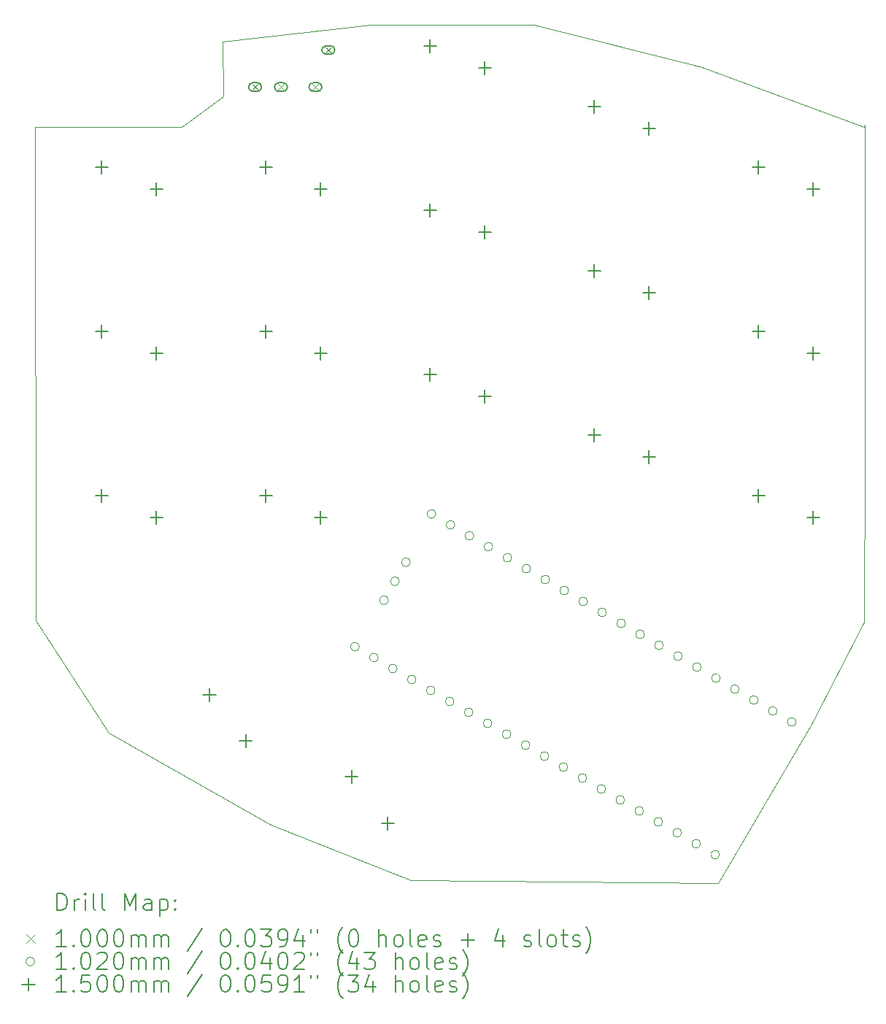
<source format=gbr>
%TF.GenerationSoftware,KiCad,Pcbnew,7.0.8-7.0.8~ubuntu22.04.1*%
%TF.CreationDate,2023-10-29T15:11:20+03:00*%
%TF.ProjectId,Keeb,4b656562-2e6b-4696-9361-645f70636258,rev?*%
%TF.SameCoordinates,Original*%
%TF.FileFunction,Drillmap*%
%TF.FilePolarity,Positive*%
%FSLAX45Y45*%
G04 Gerber Fmt 4.5, Leading zero omitted, Abs format (unit mm)*
G04 Created by KiCad (PCBNEW 7.0.8-7.0.8~ubuntu22.04.1) date 2023-10-29 15:11:20*
%MOMM*%
%LPD*%
G01*
G04 APERTURE LIST*
%ADD10C,0.050000*%
%ADD11C,0.200000*%
%ADD12C,0.100000*%
%ADD13C,0.102000*%
%ADD14C,0.150000*%
G04 APERTURE END LIST*
D10*
X17893000Y-3886000D02*
X17900000Y-3886000D01*
X19800000Y-4582000D01*
X19807000Y-4563000D01*
X19810000Y-8436000D01*
X19805000Y-10328000D01*
X19190000Y-11509294D01*
X18113000Y-13360000D01*
X14544000Y-13327000D01*
X12922000Y-12678000D01*
X11043000Y-11612000D01*
X10190000Y-10309294D01*
X10183000Y-4587294D01*
X11883000Y-4587294D01*
X12365000Y-4229294D01*
X12362000Y-3593000D01*
X14076000Y-3396294D01*
X15976000Y-3396294D01*
X17893000Y-3886000D01*
D11*
D12*
X12687500Y-4071794D02*
X12787500Y-4171794D01*
X12787500Y-4071794D02*
X12687500Y-4171794D01*
D11*
X12712500Y-4171794D02*
X12762500Y-4171794D01*
X12762500Y-4171794D02*
G75*
G03*
X12762500Y-4071794I0J50000D01*
G01*
X12762500Y-4071794D02*
X12712500Y-4071794D01*
X12712500Y-4071794D02*
G75*
G03*
X12712500Y-4171794I0J-50000D01*
G01*
D12*
X12987500Y-4071794D02*
X13087500Y-4171794D01*
X13087500Y-4071794D02*
X12987500Y-4171794D01*
D11*
X13012500Y-4171794D02*
X13062500Y-4171794D01*
X13062500Y-4171794D02*
G75*
G03*
X13062500Y-4071794I0J50000D01*
G01*
X13062500Y-4071794D02*
X13012500Y-4071794D01*
X13012500Y-4071794D02*
G75*
G03*
X13012500Y-4171794I0J-50000D01*
G01*
D12*
X13387500Y-4071794D02*
X13487500Y-4171794D01*
X13487500Y-4071794D02*
X13387500Y-4171794D01*
D11*
X13412500Y-4171794D02*
X13462500Y-4171794D01*
X13462500Y-4171794D02*
G75*
G03*
X13462500Y-4071794I0J50000D01*
G01*
X13462500Y-4071794D02*
X13412500Y-4071794D01*
X13412500Y-4071794D02*
G75*
G03*
X13412500Y-4171794I0J-50000D01*
G01*
D12*
X13537500Y-3641794D02*
X13637500Y-3741794D01*
X13637500Y-3641794D02*
X13537500Y-3741794D01*
D11*
X13562500Y-3741794D02*
X13612500Y-3741794D01*
X13612500Y-3741794D02*
G75*
G03*
X13612500Y-3641794I0J50000D01*
G01*
X13612500Y-3641794D02*
X13562500Y-3641794D01*
X13562500Y-3641794D02*
G75*
G03*
X13562500Y-3741794I0J-50000D01*
G01*
D13*
X13945781Y-10613397D02*
G75*
G03*
X13945781Y-10613397I-51000J0D01*
G01*
X14165751Y-10740397D02*
G75*
G03*
X14165751Y-10740397I-51000J0D01*
G01*
X14283199Y-10074971D02*
G75*
G03*
X14283199Y-10074971I-51000J0D01*
G01*
X14385722Y-10867397D02*
G75*
G03*
X14385722Y-10867397I-51000J0D01*
G01*
X14410199Y-9855000D02*
G75*
G03*
X14410199Y-9855000I-51000J0D01*
G01*
X14537199Y-9635030D02*
G75*
G03*
X14537199Y-9635030I-51000J0D01*
G01*
X14605692Y-10994397D02*
G75*
G03*
X14605692Y-10994397I-51000J0D01*
G01*
X14825662Y-11121397D02*
G75*
G03*
X14825662Y-11121397I-51000J0D01*
G01*
X14834781Y-9073603D02*
G75*
G03*
X14834781Y-9073603I-51000J0D01*
G01*
X15045633Y-11248397D02*
G75*
G03*
X15045633Y-11248397I-51000J0D01*
G01*
X15054751Y-9200603D02*
G75*
G03*
X15054751Y-9200603I-51000J0D01*
G01*
X15265603Y-11375397D02*
G75*
G03*
X15265603Y-11375397I-51000J0D01*
G01*
X15274722Y-9327603D02*
G75*
G03*
X15274722Y-9327603I-51000J0D01*
G01*
X15485574Y-11502397D02*
G75*
G03*
X15485574Y-11502397I-51000J0D01*
G01*
X15494692Y-9454603D02*
G75*
G03*
X15494692Y-9454603I-51000J0D01*
G01*
X15705544Y-11629397D02*
G75*
G03*
X15705544Y-11629397I-51000J0D01*
G01*
X15714662Y-9581603D02*
G75*
G03*
X15714662Y-9581603I-51000J0D01*
G01*
X15925515Y-11756397D02*
G75*
G03*
X15925515Y-11756397I-51000J0D01*
G01*
X15934633Y-9708603D02*
G75*
G03*
X15934633Y-9708603I-51000J0D01*
G01*
X16145485Y-11883397D02*
G75*
G03*
X16145485Y-11883397I-51000J0D01*
G01*
X16154603Y-9835603D02*
G75*
G03*
X16154603Y-9835603I-51000J0D01*
G01*
X16365456Y-12010397D02*
G75*
G03*
X16365456Y-12010397I-51000J0D01*
G01*
X16374574Y-9962603D02*
G75*
G03*
X16374574Y-9962603I-51000J0D01*
G01*
X16585426Y-12137397D02*
G75*
G03*
X16585426Y-12137397I-51000J0D01*
G01*
X16594544Y-10089603D02*
G75*
G03*
X16594544Y-10089603I-51000J0D01*
G01*
X16805397Y-12264397D02*
G75*
G03*
X16805397Y-12264397I-51000J0D01*
G01*
X16814515Y-10216603D02*
G75*
G03*
X16814515Y-10216603I-51000J0D01*
G01*
X17025367Y-12391397D02*
G75*
G03*
X17025367Y-12391397I-51000J0D01*
G01*
X17034485Y-10343603D02*
G75*
G03*
X17034485Y-10343603I-51000J0D01*
G01*
X17245338Y-12518397D02*
G75*
G03*
X17245338Y-12518397I-51000J0D01*
G01*
X17254456Y-10470603D02*
G75*
G03*
X17254456Y-10470603I-51000J0D01*
G01*
X17465308Y-12645397D02*
G75*
G03*
X17465308Y-12645397I-51000J0D01*
G01*
X17474426Y-10597603D02*
G75*
G03*
X17474426Y-10597603I-51000J0D01*
G01*
X17685278Y-12772397D02*
G75*
G03*
X17685278Y-12772397I-51000J0D01*
G01*
X17694397Y-10724603D02*
G75*
G03*
X17694397Y-10724603I-51000J0D01*
G01*
X17905249Y-12899397D02*
G75*
G03*
X17905249Y-12899397I-51000J0D01*
G01*
X17914367Y-10851603D02*
G75*
G03*
X17914367Y-10851603I-51000J0D01*
G01*
X18125219Y-13026397D02*
G75*
G03*
X18125219Y-13026397I-51000J0D01*
G01*
X18134338Y-10978603D02*
G75*
G03*
X18134338Y-10978603I-51000J0D01*
G01*
X18354308Y-11105603D02*
G75*
G03*
X18354308Y-11105603I-51000J0D01*
G01*
X18574278Y-11232603D02*
G75*
G03*
X18574278Y-11232603I-51000J0D01*
G01*
X18794249Y-11359603D02*
G75*
G03*
X18794249Y-11359603I-51000J0D01*
G01*
X19014219Y-11486603D02*
G75*
G03*
X19014219Y-11486603I-51000J0D01*
G01*
D14*
X10958500Y-4978794D02*
X10958500Y-5128794D01*
X10883500Y-5053794D02*
X11033500Y-5053794D01*
X10958500Y-6883794D02*
X10958500Y-7033794D01*
X10883500Y-6958794D02*
X11033500Y-6958794D01*
X10958500Y-8788794D02*
X10958500Y-8938794D01*
X10883500Y-8863794D02*
X11033500Y-8863794D01*
X11593500Y-5232794D02*
X11593500Y-5382794D01*
X11518500Y-5307794D02*
X11668500Y-5307794D01*
X11593500Y-7137794D02*
X11593500Y-7287794D01*
X11518500Y-7212794D02*
X11668500Y-7212794D01*
X11593500Y-9042794D02*
X11593500Y-9192794D01*
X11518500Y-9117794D02*
X11668500Y-9117794D01*
X12205487Y-11096310D02*
X12205487Y-11246310D01*
X12130487Y-11171310D02*
X12280487Y-11171310D01*
X12628413Y-11633781D02*
X12628413Y-11783781D01*
X12553413Y-11708781D02*
X12703413Y-11708781D01*
X12863500Y-4978794D02*
X12863500Y-5128794D01*
X12788500Y-5053794D02*
X12938500Y-5053794D01*
X12863500Y-6883794D02*
X12863500Y-7033794D01*
X12788500Y-6958794D02*
X12938500Y-6958794D01*
X12863500Y-8788794D02*
X12863500Y-8938794D01*
X12788500Y-8863794D02*
X12938500Y-8863794D01*
X13498500Y-5232794D02*
X13498500Y-5382794D01*
X13423500Y-5307794D02*
X13573500Y-5307794D01*
X13498500Y-7137794D02*
X13498500Y-7287794D01*
X13423500Y-7212794D02*
X13573500Y-7212794D01*
X13498500Y-9042794D02*
X13498500Y-9192794D01*
X13423500Y-9117794D02*
X13573500Y-9117794D01*
X13855265Y-12048810D02*
X13855265Y-12198810D01*
X13780265Y-12123810D02*
X13930265Y-12123810D01*
X14278191Y-12586281D02*
X14278191Y-12736281D01*
X14203191Y-12661281D02*
X14353191Y-12661281D01*
X14768500Y-3568794D02*
X14768500Y-3718794D01*
X14693500Y-3643794D02*
X14843500Y-3643794D01*
X14768500Y-5473794D02*
X14768500Y-5623794D01*
X14693500Y-5548794D02*
X14843500Y-5548794D01*
X14768500Y-7378794D02*
X14768500Y-7528794D01*
X14693500Y-7453794D02*
X14843500Y-7453794D01*
X15403500Y-3822794D02*
X15403500Y-3972794D01*
X15328500Y-3897794D02*
X15478500Y-3897794D01*
X15403500Y-5727794D02*
X15403500Y-5877794D01*
X15328500Y-5802794D02*
X15478500Y-5802794D01*
X15403500Y-7632794D02*
X15403500Y-7782794D01*
X15328500Y-7707794D02*
X15478500Y-7707794D01*
X16673500Y-4273794D02*
X16673500Y-4423794D01*
X16598500Y-4348794D02*
X16748500Y-4348794D01*
X16673500Y-6178794D02*
X16673500Y-6328794D01*
X16598500Y-6253794D02*
X16748500Y-6253794D01*
X16673500Y-8083794D02*
X16673500Y-8233794D01*
X16598500Y-8158794D02*
X16748500Y-8158794D01*
X17308500Y-4527794D02*
X17308500Y-4677794D01*
X17233500Y-4602794D02*
X17383500Y-4602794D01*
X17308500Y-6432794D02*
X17308500Y-6582794D01*
X17233500Y-6507794D02*
X17383500Y-6507794D01*
X17308500Y-8337794D02*
X17308500Y-8487794D01*
X17233500Y-8412794D02*
X17383500Y-8412794D01*
X18578500Y-4978794D02*
X18578500Y-5128794D01*
X18503500Y-5053794D02*
X18653500Y-5053794D01*
X18578500Y-6883794D02*
X18578500Y-7033794D01*
X18503500Y-6958794D02*
X18653500Y-6958794D01*
X18578500Y-8788794D02*
X18578500Y-8938794D01*
X18503500Y-8863794D02*
X18653500Y-8863794D01*
X19213500Y-5232794D02*
X19213500Y-5382794D01*
X19138500Y-5307794D02*
X19288500Y-5307794D01*
X19213500Y-7137794D02*
X19213500Y-7287794D01*
X19138500Y-7212794D02*
X19288500Y-7212794D01*
X19213500Y-9042794D02*
X19213500Y-9192794D01*
X19138500Y-9117794D02*
X19288500Y-9117794D01*
D11*
X10441277Y-13673984D02*
X10441277Y-13473984D01*
X10441277Y-13473984D02*
X10488896Y-13473984D01*
X10488896Y-13473984D02*
X10517467Y-13483508D01*
X10517467Y-13483508D02*
X10536515Y-13502555D01*
X10536515Y-13502555D02*
X10546039Y-13521603D01*
X10546039Y-13521603D02*
X10555563Y-13559698D01*
X10555563Y-13559698D02*
X10555563Y-13588269D01*
X10555563Y-13588269D02*
X10546039Y-13626365D01*
X10546039Y-13626365D02*
X10536515Y-13645412D01*
X10536515Y-13645412D02*
X10517467Y-13664460D01*
X10517467Y-13664460D02*
X10488896Y-13673984D01*
X10488896Y-13673984D02*
X10441277Y-13673984D01*
X10641277Y-13673984D02*
X10641277Y-13540650D01*
X10641277Y-13578746D02*
X10650801Y-13559698D01*
X10650801Y-13559698D02*
X10660324Y-13550174D01*
X10660324Y-13550174D02*
X10679372Y-13540650D01*
X10679372Y-13540650D02*
X10698420Y-13540650D01*
X10765086Y-13673984D02*
X10765086Y-13540650D01*
X10765086Y-13473984D02*
X10755563Y-13483508D01*
X10755563Y-13483508D02*
X10765086Y-13493031D01*
X10765086Y-13493031D02*
X10774610Y-13483508D01*
X10774610Y-13483508D02*
X10765086Y-13473984D01*
X10765086Y-13473984D02*
X10765086Y-13493031D01*
X10888896Y-13673984D02*
X10869848Y-13664460D01*
X10869848Y-13664460D02*
X10860324Y-13645412D01*
X10860324Y-13645412D02*
X10860324Y-13473984D01*
X10993658Y-13673984D02*
X10974610Y-13664460D01*
X10974610Y-13664460D02*
X10965086Y-13645412D01*
X10965086Y-13645412D02*
X10965086Y-13473984D01*
X11222229Y-13673984D02*
X11222229Y-13473984D01*
X11222229Y-13473984D02*
X11288896Y-13616841D01*
X11288896Y-13616841D02*
X11355562Y-13473984D01*
X11355562Y-13473984D02*
X11355562Y-13673984D01*
X11536515Y-13673984D02*
X11536515Y-13569222D01*
X11536515Y-13569222D02*
X11526991Y-13550174D01*
X11526991Y-13550174D02*
X11507943Y-13540650D01*
X11507943Y-13540650D02*
X11469848Y-13540650D01*
X11469848Y-13540650D02*
X11450801Y-13550174D01*
X11536515Y-13664460D02*
X11517467Y-13673984D01*
X11517467Y-13673984D02*
X11469848Y-13673984D01*
X11469848Y-13673984D02*
X11450801Y-13664460D01*
X11450801Y-13664460D02*
X11441277Y-13645412D01*
X11441277Y-13645412D02*
X11441277Y-13626365D01*
X11441277Y-13626365D02*
X11450801Y-13607317D01*
X11450801Y-13607317D02*
X11469848Y-13597793D01*
X11469848Y-13597793D02*
X11517467Y-13597793D01*
X11517467Y-13597793D02*
X11536515Y-13588269D01*
X11631753Y-13540650D02*
X11631753Y-13740650D01*
X11631753Y-13550174D02*
X11650801Y-13540650D01*
X11650801Y-13540650D02*
X11688896Y-13540650D01*
X11688896Y-13540650D02*
X11707943Y-13550174D01*
X11707943Y-13550174D02*
X11717467Y-13559698D01*
X11717467Y-13559698D02*
X11726991Y-13578746D01*
X11726991Y-13578746D02*
X11726991Y-13635888D01*
X11726991Y-13635888D02*
X11717467Y-13654936D01*
X11717467Y-13654936D02*
X11707943Y-13664460D01*
X11707943Y-13664460D02*
X11688896Y-13673984D01*
X11688896Y-13673984D02*
X11650801Y-13673984D01*
X11650801Y-13673984D02*
X11631753Y-13664460D01*
X11812705Y-13654936D02*
X11822229Y-13664460D01*
X11822229Y-13664460D02*
X11812705Y-13673984D01*
X11812705Y-13673984D02*
X11803182Y-13664460D01*
X11803182Y-13664460D02*
X11812705Y-13654936D01*
X11812705Y-13654936D02*
X11812705Y-13673984D01*
X11812705Y-13550174D02*
X11822229Y-13559698D01*
X11822229Y-13559698D02*
X11812705Y-13569222D01*
X11812705Y-13569222D02*
X11803182Y-13559698D01*
X11803182Y-13559698D02*
X11812705Y-13550174D01*
X11812705Y-13550174D02*
X11812705Y-13569222D01*
D12*
X10080500Y-13952500D02*
X10180500Y-14052500D01*
X10180500Y-13952500D02*
X10080500Y-14052500D01*
D11*
X10546039Y-14093984D02*
X10431753Y-14093984D01*
X10488896Y-14093984D02*
X10488896Y-13893984D01*
X10488896Y-13893984D02*
X10469848Y-13922555D01*
X10469848Y-13922555D02*
X10450801Y-13941603D01*
X10450801Y-13941603D02*
X10431753Y-13951127D01*
X10631753Y-14074936D02*
X10641277Y-14084460D01*
X10641277Y-14084460D02*
X10631753Y-14093984D01*
X10631753Y-14093984D02*
X10622229Y-14084460D01*
X10622229Y-14084460D02*
X10631753Y-14074936D01*
X10631753Y-14074936D02*
X10631753Y-14093984D01*
X10765086Y-13893984D02*
X10784134Y-13893984D01*
X10784134Y-13893984D02*
X10803182Y-13903508D01*
X10803182Y-13903508D02*
X10812705Y-13913031D01*
X10812705Y-13913031D02*
X10822229Y-13932079D01*
X10822229Y-13932079D02*
X10831753Y-13970174D01*
X10831753Y-13970174D02*
X10831753Y-14017793D01*
X10831753Y-14017793D02*
X10822229Y-14055888D01*
X10822229Y-14055888D02*
X10812705Y-14074936D01*
X10812705Y-14074936D02*
X10803182Y-14084460D01*
X10803182Y-14084460D02*
X10784134Y-14093984D01*
X10784134Y-14093984D02*
X10765086Y-14093984D01*
X10765086Y-14093984D02*
X10746039Y-14084460D01*
X10746039Y-14084460D02*
X10736515Y-14074936D01*
X10736515Y-14074936D02*
X10726991Y-14055888D01*
X10726991Y-14055888D02*
X10717467Y-14017793D01*
X10717467Y-14017793D02*
X10717467Y-13970174D01*
X10717467Y-13970174D02*
X10726991Y-13932079D01*
X10726991Y-13932079D02*
X10736515Y-13913031D01*
X10736515Y-13913031D02*
X10746039Y-13903508D01*
X10746039Y-13903508D02*
X10765086Y-13893984D01*
X10955563Y-13893984D02*
X10974610Y-13893984D01*
X10974610Y-13893984D02*
X10993658Y-13903508D01*
X10993658Y-13903508D02*
X11003182Y-13913031D01*
X11003182Y-13913031D02*
X11012705Y-13932079D01*
X11012705Y-13932079D02*
X11022229Y-13970174D01*
X11022229Y-13970174D02*
X11022229Y-14017793D01*
X11022229Y-14017793D02*
X11012705Y-14055888D01*
X11012705Y-14055888D02*
X11003182Y-14074936D01*
X11003182Y-14074936D02*
X10993658Y-14084460D01*
X10993658Y-14084460D02*
X10974610Y-14093984D01*
X10974610Y-14093984D02*
X10955563Y-14093984D01*
X10955563Y-14093984D02*
X10936515Y-14084460D01*
X10936515Y-14084460D02*
X10926991Y-14074936D01*
X10926991Y-14074936D02*
X10917467Y-14055888D01*
X10917467Y-14055888D02*
X10907944Y-14017793D01*
X10907944Y-14017793D02*
X10907944Y-13970174D01*
X10907944Y-13970174D02*
X10917467Y-13932079D01*
X10917467Y-13932079D02*
X10926991Y-13913031D01*
X10926991Y-13913031D02*
X10936515Y-13903508D01*
X10936515Y-13903508D02*
X10955563Y-13893984D01*
X11146039Y-13893984D02*
X11165086Y-13893984D01*
X11165086Y-13893984D02*
X11184134Y-13903508D01*
X11184134Y-13903508D02*
X11193658Y-13913031D01*
X11193658Y-13913031D02*
X11203182Y-13932079D01*
X11203182Y-13932079D02*
X11212705Y-13970174D01*
X11212705Y-13970174D02*
X11212705Y-14017793D01*
X11212705Y-14017793D02*
X11203182Y-14055888D01*
X11203182Y-14055888D02*
X11193658Y-14074936D01*
X11193658Y-14074936D02*
X11184134Y-14084460D01*
X11184134Y-14084460D02*
X11165086Y-14093984D01*
X11165086Y-14093984D02*
X11146039Y-14093984D01*
X11146039Y-14093984D02*
X11126991Y-14084460D01*
X11126991Y-14084460D02*
X11117467Y-14074936D01*
X11117467Y-14074936D02*
X11107944Y-14055888D01*
X11107944Y-14055888D02*
X11098420Y-14017793D01*
X11098420Y-14017793D02*
X11098420Y-13970174D01*
X11098420Y-13970174D02*
X11107944Y-13932079D01*
X11107944Y-13932079D02*
X11117467Y-13913031D01*
X11117467Y-13913031D02*
X11126991Y-13903508D01*
X11126991Y-13903508D02*
X11146039Y-13893984D01*
X11298420Y-14093984D02*
X11298420Y-13960650D01*
X11298420Y-13979698D02*
X11307943Y-13970174D01*
X11307943Y-13970174D02*
X11326991Y-13960650D01*
X11326991Y-13960650D02*
X11355563Y-13960650D01*
X11355563Y-13960650D02*
X11374610Y-13970174D01*
X11374610Y-13970174D02*
X11384134Y-13989222D01*
X11384134Y-13989222D02*
X11384134Y-14093984D01*
X11384134Y-13989222D02*
X11393658Y-13970174D01*
X11393658Y-13970174D02*
X11412705Y-13960650D01*
X11412705Y-13960650D02*
X11441277Y-13960650D01*
X11441277Y-13960650D02*
X11460324Y-13970174D01*
X11460324Y-13970174D02*
X11469848Y-13989222D01*
X11469848Y-13989222D02*
X11469848Y-14093984D01*
X11565086Y-14093984D02*
X11565086Y-13960650D01*
X11565086Y-13979698D02*
X11574610Y-13970174D01*
X11574610Y-13970174D02*
X11593658Y-13960650D01*
X11593658Y-13960650D02*
X11622229Y-13960650D01*
X11622229Y-13960650D02*
X11641277Y-13970174D01*
X11641277Y-13970174D02*
X11650801Y-13989222D01*
X11650801Y-13989222D02*
X11650801Y-14093984D01*
X11650801Y-13989222D02*
X11660324Y-13970174D01*
X11660324Y-13970174D02*
X11679372Y-13960650D01*
X11679372Y-13960650D02*
X11707943Y-13960650D01*
X11707943Y-13960650D02*
X11726991Y-13970174D01*
X11726991Y-13970174D02*
X11736515Y-13989222D01*
X11736515Y-13989222D02*
X11736515Y-14093984D01*
X12126991Y-13884460D02*
X11955563Y-14141603D01*
X12384134Y-13893984D02*
X12403182Y-13893984D01*
X12403182Y-13893984D02*
X12422229Y-13903508D01*
X12422229Y-13903508D02*
X12431753Y-13913031D01*
X12431753Y-13913031D02*
X12441277Y-13932079D01*
X12441277Y-13932079D02*
X12450801Y-13970174D01*
X12450801Y-13970174D02*
X12450801Y-14017793D01*
X12450801Y-14017793D02*
X12441277Y-14055888D01*
X12441277Y-14055888D02*
X12431753Y-14074936D01*
X12431753Y-14074936D02*
X12422229Y-14084460D01*
X12422229Y-14084460D02*
X12403182Y-14093984D01*
X12403182Y-14093984D02*
X12384134Y-14093984D01*
X12384134Y-14093984D02*
X12365086Y-14084460D01*
X12365086Y-14084460D02*
X12355563Y-14074936D01*
X12355563Y-14074936D02*
X12346039Y-14055888D01*
X12346039Y-14055888D02*
X12336515Y-14017793D01*
X12336515Y-14017793D02*
X12336515Y-13970174D01*
X12336515Y-13970174D02*
X12346039Y-13932079D01*
X12346039Y-13932079D02*
X12355563Y-13913031D01*
X12355563Y-13913031D02*
X12365086Y-13903508D01*
X12365086Y-13903508D02*
X12384134Y-13893984D01*
X12536515Y-14074936D02*
X12546039Y-14084460D01*
X12546039Y-14084460D02*
X12536515Y-14093984D01*
X12536515Y-14093984D02*
X12526991Y-14084460D01*
X12526991Y-14084460D02*
X12536515Y-14074936D01*
X12536515Y-14074936D02*
X12536515Y-14093984D01*
X12669848Y-13893984D02*
X12688896Y-13893984D01*
X12688896Y-13893984D02*
X12707944Y-13903508D01*
X12707944Y-13903508D02*
X12717467Y-13913031D01*
X12717467Y-13913031D02*
X12726991Y-13932079D01*
X12726991Y-13932079D02*
X12736515Y-13970174D01*
X12736515Y-13970174D02*
X12736515Y-14017793D01*
X12736515Y-14017793D02*
X12726991Y-14055888D01*
X12726991Y-14055888D02*
X12717467Y-14074936D01*
X12717467Y-14074936D02*
X12707944Y-14084460D01*
X12707944Y-14084460D02*
X12688896Y-14093984D01*
X12688896Y-14093984D02*
X12669848Y-14093984D01*
X12669848Y-14093984D02*
X12650801Y-14084460D01*
X12650801Y-14084460D02*
X12641277Y-14074936D01*
X12641277Y-14074936D02*
X12631753Y-14055888D01*
X12631753Y-14055888D02*
X12622229Y-14017793D01*
X12622229Y-14017793D02*
X12622229Y-13970174D01*
X12622229Y-13970174D02*
X12631753Y-13932079D01*
X12631753Y-13932079D02*
X12641277Y-13913031D01*
X12641277Y-13913031D02*
X12650801Y-13903508D01*
X12650801Y-13903508D02*
X12669848Y-13893984D01*
X12803182Y-13893984D02*
X12926991Y-13893984D01*
X12926991Y-13893984D02*
X12860325Y-13970174D01*
X12860325Y-13970174D02*
X12888896Y-13970174D01*
X12888896Y-13970174D02*
X12907944Y-13979698D01*
X12907944Y-13979698D02*
X12917467Y-13989222D01*
X12917467Y-13989222D02*
X12926991Y-14008269D01*
X12926991Y-14008269D02*
X12926991Y-14055888D01*
X12926991Y-14055888D02*
X12917467Y-14074936D01*
X12917467Y-14074936D02*
X12907944Y-14084460D01*
X12907944Y-14084460D02*
X12888896Y-14093984D01*
X12888896Y-14093984D02*
X12831753Y-14093984D01*
X12831753Y-14093984D02*
X12812706Y-14084460D01*
X12812706Y-14084460D02*
X12803182Y-14074936D01*
X13022229Y-14093984D02*
X13060325Y-14093984D01*
X13060325Y-14093984D02*
X13079372Y-14084460D01*
X13079372Y-14084460D02*
X13088896Y-14074936D01*
X13088896Y-14074936D02*
X13107944Y-14046365D01*
X13107944Y-14046365D02*
X13117467Y-14008269D01*
X13117467Y-14008269D02*
X13117467Y-13932079D01*
X13117467Y-13932079D02*
X13107944Y-13913031D01*
X13107944Y-13913031D02*
X13098420Y-13903508D01*
X13098420Y-13903508D02*
X13079372Y-13893984D01*
X13079372Y-13893984D02*
X13041277Y-13893984D01*
X13041277Y-13893984D02*
X13022229Y-13903508D01*
X13022229Y-13903508D02*
X13012706Y-13913031D01*
X13012706Y-13913031D02*
X13003182Y-13932079D01*
X13003182Y-13932079D02*
X13003182Y-13979698D01*
X13003182Y-13979698D02*
X13012706Y-13998746D01*
X13012706Y-13998746D02*
X13022229Y-14008269D01*
X13022229Y-14008269D02*
X13041277Y-14017793D01*
X13041277Y-14017793D02*
X13079372Y-14017793D01*
X13079372Y-14017793D02*
X13098420Y-14008269D01*
X13098420Y-14008269D02*
X13107944Y-13998746D01*
X13107944Y-13998746D02*
X13117467Y-13979698D01*
X13288896Y-13960650D02*
X13288896Y-14093984D01*
X13241277Y-13884460D02*
X13193658Y-14027317D01*
X13193658Y-14027317D02*
X13317467Y-14027317D01*
X13384134Y-13893984D02*
X13384134Y-13932079D01*
X13460325Y-13893984D02*
X13460325Y-13932079D01*
X13755563Y-14170174D02*
X13746039Y-14160650D01*
X13746039Y-14160650D02*
X13726991Y-14132079D01*
X13726991Y-14132079D02*
X13717468Y-14113031D01*
X13717468Y-14113031D02*
X13707944Y-14084460D01*
X13707944Y-14084460D02*
X13698420Y-14036841D01*
X13698420Y-14036841D02*
X13698420Y-13998746D01*
X13698420Y-13998746D02*
X13707944Y-13951127D01*
X13707944Y-13951127D02*
X13717468Y-13922555D01*
X13717468Y-13922555D02*
X13726991Y-13903508D01*
X13726991Y-13903508D02*
X13746039Y-13874936D01*
X13746039Y-13874936D02*
X13755563Y-13865412D01*
X13869848Y-13893984D02*
X13888896Y-13893984D01*
X13888896Y-13893984D02*
X13907944Y-13903508D01*
X13907944Y-13903508D02*
X13917468Y-13913031D01*
X13917468Y-13913031D02*
X13926991Y-13932079D01*
X13926991Y-13932079D02*
X13936515Y-13970174D01*
X13936515Y-13970174D02*
X13936515Y-14017793D01*
X13936515Y-14017793D02*
X13926991Y-14055888D01*
X13926991Y-14055888D02*
X13917468Y-14074936D01*
X13917468Y-14074936D02*
X13907944Y-14084460D01*
X13907944Y-14084460D02*
X13888896Y-14093984D01*
X13888896Y-14093984D02*
X13869848Y-14093984D01*
X13869848Y-14093984D02*
X13850801Y-14084460D01*
X13850801Y-14084460D02*
X13841277Y-14074936D01*
X13841277Y-14074936D02*
X13831753Y-14055888D01*
X13831753Y-14055888D02*
X13822229Y-14017793D01*
X13822229Y-14017793D02*
X13822229Y-13970174D01*
X13822229Y-13970174D02*
X13831753Y-13932079D01*
X13831753Y-13932079D02*
X13841277Y-13913031D01*
X13841277Y-13913031D02*
X13850801Y-13903508D01*
X13850801Y-13903508D02*
X13869848Y-13893984D01*
X14174610Y-14093984D02*
X14174610Y-13893984D01*
X14260325Y-14093984D02*
X14260325Y-13989222D01*
X14260325Y-13989222D02*
X14250801Y-13970174D01*
X14250801Y-13970174D02*
X14231753Y-13960650D01*
X14231753Y-13960650D02*
X14203182Y-13960650D01*
X14203182Y-13960650D02*
X14184134Y-13970174D01*
X14184134Y-13970174D02*
X14174610Y-13979698D01*
X14384134Y-14093984D02*
X14365087Y-14084460D01*
X14365087Y-14084460D02*
X14355563Y-14074936D01*
X14355563Y-14074936D02*
X14346039Y-14055888D01*
X14346039Y-14055888D02*
X14346039Y-13998746D01*
X14346039Y-13998746D02*
X14355563Y-13979698D01*
X14355563Y-13979698D02*
X14365087Y-13970174D01*
X14365087Y-13970174D02*
X14384134Y-13960650D01*
X14384134Y-13960650D02*
X14412706Y-13960650D01*
X14412706Y-13960650D02*
X14431753Y-13970174D01*
X14431753Y-13970174D02*
X14441277Y-13979698D01*
X14441277Y-13979698D02*
X14450801Y-13998746D01*
X14450801Y-13998746D02*
X14450801Y-14055888D01*
X14450801Y-14055888D02*
X14441277Y-14074936D01*
X14441277Y-14074936D02*
X14431753Y-14084460D01*
X14431753Y-14084460D02*
X14412706Y-14093984D01*
X14412706Y-14093984D02*
X14384134Y-14093984D01*
X14565087Y-14093984D02*
X14546039Y-14084460D01*
X14546039Y-14084460D02*
X14536515Y-14065412D01*
X14536515Y-14065412D02*
X14536515Y-13893984D01*
X14717468Y-14084460D02*
X14698420Y-14093984D01*
X14698420Y-14093984D02*
X14660325Y-14093984D01*
X14660325Y-14093984D02*
X14641277Y-14084460D01*
X14641277Y-14084460D02*
X14631753Y-14065412D01*
X14631753Y-14065412D02*
X14631753Y-13989222D01*
X14631753Y-13989222D02*
X14641277Y-13970174D01*
X14641277Y-13970174D02*
X14660325Y-13960650D01*
X14660325Y-13960650D02*
X14698420Y-13960650D01*
X14698420Y-13960650D02*
X14717468Y-13970174D01*
X14717468Y-13970174D02*
X14726991Y-13989222D01*
X14726991Y-13989222D02*
X14726991Y-14008269D01*
X14726991Y-14008269D02*
X14631753Y-14027317D01*
X14803182Y-14084460D02*
X14822230Y-14093984D01*
X14822230Y-14093984D02*
X14860325Y-14093984D01*
X14860325Y-14093984D02*
X14879372Y-14084460D01*
X14879372Y-14084460D02*
X14888896Y-14065412D01*
X14888896Y-14065412D02*
X14888896Y-14055888D01*
X14888896Y-14055888D02*
X14879372Y-14036841D01*
X14879372Y-14036841D02*
X14860325Y-14027317D01*
X14860325Y-14027317D02*
X14831753Y-14027317D01*
X14831753Y-14027317D02*
X14812706Y-14017793D01*
X14812706Y-14017793D02*
X14803182Y-13998746D01*
X14803182Y-13998746D02*
X14803182Y-13989222D01*
X14803182Y-13989222D02*
X14812706Y-13970174D01*
X14812706Y-13970174D02*
X14831753Y-13960650D01*
X14831753Y-13960650D02*
X14860325Y-13960650D01*
X14860325Y-13960650D02*
X14879372Y-13970174D01*
X15126992Y-14017793D02*
X15279373Y-14017793D01*
X15203182Y-14093984D02*
X15203182Y-13941603D01*
X15612706Y-13960650D02*
X15612706Y-14093984D01*
X15565087Y-13884460D02*
X15517468Y-14027317D01*
X15517468Y-14027317D02*
X15641277Y-14027317D01*
X15860325Y-14084460D02*
X15879373Y-14093984D01*
X15879373Y-14093984D02*
X15917468Y-14093984D01*
X15917468Y-14093984D02*
X15936515Y-14084460D01*
X15936515Y-14084460D02*
X15946039Y-14065412D01*
X15946039Y-14065412D02*
X15946039Y-14055888D01*
X15946039Y-14055888D02*
X15936515Y-14036841D01*
X15936515Y-14036841D02*
X15917468Y-14027317D01*
X15917468Y-14027317D02*
X15888896Y-14027317D01*
X15888896Y-14027317D02*
X15869849Y-14017793D01*
X15869849Y-14017793D02*
X15860325Y-13998746D01*
X15860325Y-13998746D02*
X15860325Y-13989222D01*
X15860325Y-13989222D02*
X15869849Y-13970174D01*
X15869849Y-13970174D02*
X15888896Y-13960650D01*
X15888896Y-13960650D02*
X15917468Y-13960650D01*
X15917468Y-13960650D02*
X15936515Y-13970174D01*
X16060325Y-14093984D02*
X16041277Y-14084460D01*
X16041277Y-14084460D02*
X16031754Y-14065412D01*
X16031754Y-14065412D02*
X16031754Y-13893984D01*
X16165087Y-14093984D02*
X16146039Y-14084460D01*
X16146039Y-14084460D02*
X16136515Y-14074936D01*
X16136515Y-14074936D02*
X16126992Y-14055888D01*
X16126992Y-14055888D02*
X16126992Y-13998746D01*
X16126992Y-13998746D02*
X16136515Y-13979698D01*
X16136515Y-13979698D02*
X16146039Y-13970174D01*
X16146039Y-13970174D02*
X16165087Y-13960650D01*
X16165087Y-13960650D02*
X16193658Y-13960650D01*
X16193658Y-13960650D02*
X16212706Y-13970174D01*
X16212706Y-13970174D02*
X16222230Y-13979698D01*
X16222230Y-13979698D02*
X16231754Y-13998746D01*
X16231754Y-13998746D02*
X16231754Y-14055888D01*
X16231754Y-14055888D02*
X16222230Y-14074936D01*
X16222230Y-14074936D02*
X16212706Y-14084460D01*
X16212706Y-14084460D02*
X16193658Y-14093984D01*
X16193658Y-14093984D02*
X16165087Y-14093984D01*
X16288896Y-13960650D02*
X16365087Y-13960650D01*
X16317468Y-13893984D02*
X16317468Y-14065412D01*
X16317468Y-14065412D02*
X16326992Y-14084460D01*
X16326992Y-14084460D02*
X16346039Y-14093984D01*
X16346039Y-14093984D02*
X16365087Y-14093984D01*
X16422230Y-14084460D02*
X16441277Y-14093984D01*
X16441277Y-14093984D02*
X16479373Y-14093984D01*
X16479373Y-14093984D02*
X16498420Y-14084460D01*
X16498420Y-14084460D02*
X16507944Y-14065412D01*
X16507944Y-14065412D02*
X16507944Y-14055888D01*
X16507944Y-14055888D02*
X16498420Y-14036841D01*
X16498420Y-14036841D02*
X16479373Y-14027317D01*
X16479373Y-14027317D02*
X16450801Y-14027317D01*
X16450801Y-14027317D02*
X16431754Y-14017793D01*
X16431754Y-14017793D02*
X16422230Y-13998746D01*
X16422230Y-13998746D02*
X16422230Y-13989222D01*
X16422230Y-13989222D02*
X16431754Y-13970174D01*
X16431754Y-13970174D02*
X16450801Y-13960650D01*
X16450801Y-13960650D02*
X16479373Y-13960650D01*
X16479373Y-13960650D02*
X16498420Y-13970174D01*
X16574611Y-14170174D02*
X16584135Y-14160650D01*
X16584135Y-14160650D02*
X16603182Y-14132079D01*
X16603182Y-14132079D02*
X16612706Y-14113031D01*
X16612706Y-14113031D02*
X16622230Y-14084460D01*
X16622230Y-14084460D02*
X16631754Y-14036841D01*
X16631754Y-14036841D02*
X16631754Y-13998746D01*
X16631754Y-13998746D02*
X16622230Y-13951127D01*
X16622230Y-13951127D02*
X16612706Y-13922555D01*
X16612706Y-13922555D02*
X16603182Y-13903508D01*
X16603182Y-13903508D02*
X16584135Y-13874936D01*
X16584135Y-13874936D02*
X16574611Y-13865412D01*
D13*
X10180500Y-14266500D02*
G75*
G03*
X10180500Y-14266500I-51000J0D01*
G01*
D11*
X10546039Y-14357984D02*
X10431753Y-14357984D01*
X10488896Y-14357984D02*
X10488896Y-14157984D01*
X10488896Y-14157984D02*
X10469848Y-14186555D01*
X10469848Y-14186555D02*
X10450801Y-14205603D01*
X10450801Y-14205603D02*
X10431753Y-14215127D01*
X10631753Y-14338936D02*
X10641277Y-14348460D01*
X10641277Y-14348460D02*
X10631753Y-14357984D01*
X10631753Y-14357984D02*
X10622229Y-14348460D01*
X10622229Y-14348460D02*
X10631753Y-14338936D01*
X10631753Y-14338936D02*
X10631753Y-14357984D01*
X10765086Y-14157984D02*
X10784134Y-14157984D01*
X10784134Y-14157984D02*
X10803182Y-14167508D01*
X10803182Y-14167508D02*
X10812705Y-14177031D01*
X10812705Y-14177031D02*
X10822229Y-14196079D01*
X10822229Y-14196079D02*
X10831753Y-14234174D01*
X10831753Y-14234174D02*
X10831753Y-14281793D01*
X10831753Y-14281793D02*
X10822229Y-14319888D01*
X10822229Y-14319888D02*
X10812705Y-14338936D01*
X10812705Y-14338936D02*
X10803182Y-14348460D01*
X10803182Y-14348460D02*
X10784134Y-14357984D01*
X10784134Y-14357984D02*
X10765086Y-14357984D01*
X10765086Y-14357984D02*
X10746039Y-14348460D01*
X10746039Y-14348460D02*
X10736515Y-14338936D01*
X10736515Y-14338936D02*
X10726991Y-14319888D01*
X10726991Y-14319888D02*
X10717467Y-14281793D01*
X10717467Y-14281793D02*
X10717467Y-14234174D01*
X10717467Y-14234174D02*
X10726991Y-14196079D01*
X10726991Y-14196079D02*
X10736515Y-14177031D01*
X10736515Y-14177031D02*
X10746039Y-14167508D01*
X10746039Y-14167508D02*
X10765086Y-14157984D01*
X10907944Y-14177031D02*
X10917467Y-14167508D01*
X10917467Y-14167508D02*
X10936515Y-14157984D01*
X10936515Y-14157984D02*
X10984134Y-14157984D01*
X10984134Y-14157984D02*
X11003182Y-14167508D01*
X11003182Y-14167508D02*
X11012705Y-14177031D01*
X11012705Y-14177031D02*
X11022229Y-14196079D01*
X11022229Y-14196079D02*
X11022229Y-14215127D01*
X11022229Y-14215127D02*
X11012705Y-14243698D01*
X11012705Y-14243698D02*
X10898420Y-14357984D01*
X10898420Y-14357984D02*
X11022229Y-14357984D01*
X11146039Y-14157984D02*
X11165086Y-14157984D01*
X11165086Y-14157984D02*
X11184134Y-14167508D01*
X11184134Y-14167508D02*
X11193658Y-14177031D01*
X11193658Y-14177031D02*
X11203182Y-14196079D01*
X11203182Y-14196079D02*
X11212705Y-14234174D01*
X11212705Y-14234174D02*
X11212705Y-14281793D01*
X11212705Y-14281793D02*
X11203182Y-14319888D01*
X11203182Y-14319888D02*
X11193658Y-14338936D01*
X11193658Y-14338936D02*
X11184134Y-14348460D01*
X11184134Y-14348460D02*
X11165086Y-14357984D01*
X11165086Y-14357984D02*
X11146039Y-14357984D01*
X11146039Y-14357984D02*
X11126991Y-14348460D01*
X11126991Y-14348460D02*
X11117467Y-14338936D01*
X11117467Y-14338936D02*
X11107944Y-14319888D01*
X11107944Y-14319888D02*
X11098420Y-14281793D01*
X11098420Y-14281793D02*
X11098420Y-14234174D01*
X11098420Y-14234174D02*
X11107944Y-14196079D01*
X11107944Y-14196079D02*
X11117467Y-14177031D01*
X11117467Y-14177031D02*
X11126991Y-14167508D01*
X11126991Y-14167508D02*
X11146039Y-14157984D01*
X11298420Y-14357984D02*
X11298420Y-14224650D01*
X11298420Y-14243698D02*
X11307943Y-14234174D01*
X11307943Y-14234174D02*
X11326991Y-14224650D01*
X11326991Y-14224650D02*
X11355563Y-14224650D01*
X11355563Y-14224650D02*
X11374610Y-14234174D01*
X11374610Y-14234174D02*
X11384134Y-14253222D01*
X11384134Y-14253222D02*
X11384134Y-14357984D01*
X11384134Y-14253222D02*
X11393658Y-14234174D01*
X11393658Y-14234174D02*
X11412705Y-14224650D01*
X11412705Y-14224650D02*
X11441277Y-14224650D01*
X11441277Y-14224650D02*
X11460324Y-14234174D01*
X11460324Y-14234174D02*
X11469848Y-14253222D01*
X11469848Y-14253222D02*
X11469848Y-14357984D01*
X11565086Y-14357984D02*
X11565086Y-14224650D01*
X11565086Y-14243698D02*
X11574610Y-14234174D01*
X11574610Y-14234174D02*
X11593658Y-14224650D01*
X11593658Y-14224650D02*
X11622229Y-14224650D01*
X11622229Y-14224650D02*
X11641277Y-14234174D01*
X11641277Y-14234174D02*
X11650801Y-14253222D01*
X11650801Y-14253222D02*
X11650801Y-14357984D01*
X11650801Y-14253222D02*
X11660324Y-14234174D01*
X11660324Y-14234174D02*
X11679372Y-14224650D01*
X11679372Y-14224650D02*
X11707943Y-14224650D01*
X11707943Y-14224650D02*
X11726991Y-14234174D01*
X11726991Y-14234174D02*
X11736515Y-14253222D01*
X11736515Y-14253222D02*
X11736515Y-14357984D01*
X12126991Y-14148460D02*
X11955563Y-14405603D01*
X12384134Y-14157984D02*
X12403182Y-14157984D01*
X12403182Y-14157984D02*
X12422229Y-14167508D01*
X12422229Y-14167508D02*
X12431753Y-14177031D01*
X12431753Y-14177031D02*
X12441277Y-14196079D01*
X12441277Y-14196079D02*
X12450801Y-14234174D01*
X12450801Y-14234174D02*
X12450801Y-14281793D01*
X12450801Y-14281793D02*
X12441277Y-14319888D01*
X12441277Y-14319888D02*
X12431753Y-14338936D01*
X12431753Y-14338936D02*
X12422229Y-14348460D01*
X12422229Y-14348460D02*
X12403182Y-14357984D01*
X12403182Y-14357984D02*
X12384134Y-14357984D01*
X12384134Y-14357984D02*
X12365086Y-14348460D01*
X12365086Y-14348460D02*
X12355563Y-14338936D01*
X12355563Y-14338936D02*
X12346039Y-14319888D01*
X12346039Y-14319888D02*
X12336515Y-14281793D01*
X12336515Y-14281793D02*
X12336515Y-14234174D01*
X12336515Y-14234174D02*
X12346039Y-14196079D01*
X12346039Y-14196079D02*
X12355563Y-14177031D01*
X12355563Y-14177031D02*
X12365086Y-14167508D01*
X12365086Y-14167508D02*
X12384134Y-14157984D01*
X12536515Y-14338936D02*
X12546039Y-14348460D01*
X12546039Y-14348460D02*
X12536515Y-14357984D01*
X12536515Y-14357984D02*
X12526991Y-14348460D01*
X12526991Y-14348460D02*
X12536515Y-14338936D01*
X12536515Y-14338936D02*
X12536515Y-14357984D01*
X12669848Y-14157984D02*
X12688896Y-14157984D01*
X12688896Y-14157984D02*
X12707944Y-14167508D01*
X12707944Y-14167508D02*
X12717467Y-14177031D01*
X12717467Y-14177031D02*
X12726991Y-14196079D01*
X12726991Y-14196079D02*
X12736515Y-14234174D01*
X12736515Y-14234174D02*
X12736515Y-14281793D01*
X12736515Y-14281793D02*
X12726991Y-14319888D01*
X12726991Y-14319888D02*
X12717467Y-14338936D01*
X12717467Y-14338936D02*
X12707944Y-14348460D01*
X12707944Y-14348460D02*
X12688896Y-14357984D01*
X12688896Y-14357984D02*
X12669848Y-14357984D01*
X12669848Y-14357984D02*
X12650801Y-14348460D01*
X12650801Y-14348460D02*
X12641277Y-14338936D01*
X12641277Y-14338936D02*
X12631753Y-14319888D01*
X12631753Y-14319888D02*
X12622229Y-14281793D01*
X12622229Y-14281793D02*
X12622229Y-14234174D01*
X12622229Y-14234174D02*
X12631753Y-14196079D01*
X12631753Y-14196079D02*
X12641277Y-14177031D01*
X12641277Y-14177031D02*
X12650801Y-14167508D01*
X12650801Y-14167508D02*
X12669848Y-14157984D01*
X12907944Y-14224650D02*
X12907944Y-14357984D01*
X12860325Y-14148460D02*
X12812706Y-14291317D01*
X12812706Y-14291317D02*
X12936515Y-14291317D01*
X13050801Y-14157984D02*
X13069848Y-14157984D01*
X13069848Y-14157984D02*
X13088896Y-14167508D01*
X13088896Y-14167508D02*
X13098420Y-14177031D01*
X13098420Y-14177031D02*
X13107944Y-14196079D01*
X13107944Y-14196079D02*
X13117467Y-14234174D01*
X13117467Y-14234174D02*
X13117467Y-14281793D01*
X13117467Y-14281793D02*
X13107944Y-14319888D01*
X13107944Y-14319888D02*
X13098420Y-14338936D01*
X13098420Y-14338936D02*
X13088896Y-14348460D01*
X13088896Y-14348460D02*
X13069848Y-14357984D01*
X13069848Y-14357984D02*
X13050801Y-14357984D01*
X13050801Y-14357984D02*
X13031753Y-14348460D01*
X13031753Y-14348460D02*
X13022229Y-14338936D01*
X13022229Y-14338936D02*
X13012706Y-14319888D01*
X13012706Y-14319888D02*
X13003182Y-14281793D01*
X13003182Y-14281793D02*
X13003182Y-14234174D01*
X13003182Y-14234174D02*
X13012706Y-14196079D01*
X13012706Y-14196079D02*
X13022229Y-14177031D01*
X13022229Y-14177031D02*
X13031753Y-14167508D01*
X13031753Y-14167508D02*
X13050801Y-14157984D01*
X13193658Y-14177031D02*
X13203182Y-14167508D01*
X13203182Y-14167508D02*
X13222229Y-14157984D01*
X13222229Y-14157984D02*
X13269848Y-14157984D01*
X13269848Y-14157984D02*
X13288896Y-14167508D01*
X13288896Y-14167508D02*
X13298420Y-14177031D01*
X13298420Y-14177031D02*
X13307944Y-14196079D01*
X13307944Y-14196079D02*
X13307944Y-14215127D01*
X13307944Y-14215127D02*
X13298420Y-14243698D01*
X13298420Y-14243698D02*
X13184134Y-14357984D01*
X13184134Y-14357984D02*
X13307944Y-14357984D01*
X13384134Y-14157984D02*
X13384134Y-14196079D01*
X13460325Y-14157984D02*
X13460325Y-14196079D01*
X13755563Y-14434174D02*
X13746039Y-14424650D01*
X13746039Y-14424650D02*
X13726991Y-14396079D01*
X13726991Y-14396079D02*
X13717468Y-14377031D01*
X13717468Y-14377031D02*
X13707944Y-14348460D01*
X13707944Y-14348460D02*
X13698420Y-14300841D01*
X13698420Y-14300841D02*
X13698420Y-14262746D01*
X13698420Y-14262746D02*
X13707944Y-14215127D01*
X13707944Y-14215127D02*
X13717468Y-14186555D01*
X13717468Y-14186555D02*
X13726991Y-14167508D01*
X13726991Y-14167508D02*
X13746039Y-14138936D01*
X13746039Y-14138936D02*
X13755563Y-14129412D01*
X13917468Y-14224650D02*
X13917468Y-14357984D01*
X13869848Y-14148460D02*
X13822229Y-14291317D01*
X13822229Y-14291317D02*
X13946039Y-14291317D01*
X14003182Y-14157984D02*
X14126991Y-14157984D01*
X14126991Y-14157984D02*
X14060325Y-14234174D01*
X14060325Y-14234174D02*
X14088896Y-14234174D01*
X14088896Y-14234174D02*
X14107944Y-14243698D01*
X14107944Y-14243698D02*
X14117468Y-14253222D01*
X14117468Y-14253222D02*
X14126991Y-14272269D01*
X14126991Y-14272269D02*
X14126991Y-14319888D01*
X14126991Y-14319888D02*
X14117468Y-14338936D01*
X14117468Y-14338936D02*
X14107944Y-14348460D01*
X14107944Y-14348460D02*
X14088896Y-14357984D01*
X14088896Y-14357984D02*
X14031753Y-14357984D01*
X14031753Y-14357984D02*
X14012706Y-14348460D01*
X14012706Y-14348460D02*
X14003182Y-14338936D01*
X14365087Y-14357984D02*
X14365087Y-14157984D01*
X14450801Y-14357984D02*
X14450801Y-14253222D01*
X14450801Y-14253222D02*
X14441277Y-14234174D01*
X14441277Y-14234174D02*
X14422230Y-14224650D01*
X14422230Y-14224650D02*
X14393658Y-14224650D01*
X14393658Y-14224650D02*
X14374610Y-14234174D01*
X14374610Y-14234174D02*
X14365087Y-14243698D01*
X14574610Y-14357984D02*
X14555563Y-14348460D01*
X14555563Y-14348460D02*
X14546039Y-14338936D01*
X14546039Y-14338936D02*
X14536515Y-14319888D01*
X14536515Y-14319888D02*
X14536515Y-14262746D01*
X14536515Y-14262746D02*
X14546039Y-14243698D01*
X14546039Y-14243698D02*
X14555563Y-14234174D01*
X14555563Y-14234174D02*
X14574610Y-14224650D01*
X14574610Y-14224650D02*
X14603182Y-14224650D01*
X14603182Y-14224650D02*
X14622230Y-14234174D01*
X14622230Y-14234174D02*
X14631753Y-14243698D01*
X14631753Y-14243698D02*
X14641277Y-14262746D01*
X14641277Y-14262746D02*
X14641277Y-14319888D01*
X14641277Y-14319888D02*
X14631753Y-14338936D01*
X14631753Y-14338936D02*
X14622230Y-14348460D01*
X14622230Y-14348460D02*
X14603182Y-14357984D01*
X14603182Y-14357984D02*
X14574610Y-14357984D01*
X14755563Y-14357984D02*
X14736515Y-14348460D01*
X14736515Y-14348460D02*
X14726991Y-14329412D01*
X14726991Y-14329412D02*
X14726991Y-14157984D01*
X14907944Y-14348460D02*
X14888896Y-14357984D01*
X14888896Y-14357984D02*
X14850801Y-14357984D01*
X14850801Y-14357984D02*
X14831753Y-14348460D01*
X14831753Y-14348460D02*
X14822230Y-14329412D01*
X14822230Y-14329412D02*
X14822230Y-14253222D01*
X14822230Y-14253222D02*
X14831753Y-14234174D01*
X14831753Y-14234174D02*
X14850801Y-14224650D01*
X14850801Y-14224650D02*
X14888896Y-14224650D01*
X14888896Y-14224650D02*
X14907944Y-14234174D01*
X14907944Y-14234174D02*
X14917468Y-14253222D01*
X14917468Y-14253222D02*
X14917468Y-14272269D01*
X14917468Y-14272269D02*
X14822230Y-14291317D01*
X14993658Y-14348460D02*
X15012706Y-14357984D01*
X15012706Y-14357984D02*
X15050801Y-14357984D01*
X15050801Y-14357984D02*
X15069849Y-14348460D01*
X15069849Y-14348460D02*
X15079372Y-14329412D01*
X15079372Y-14329412D02*
X15079372Y-14319888D01*
X15079372Y-14319888D02*
X15069849Y-14300841D01*
X15069849Y-14300841D02*
X15050801Y-14291317D01*
X15050801Y-14291317D02*
X15022230Y-14291317D01*
X15022230Y-14291317D02*
X15003182Y-14281793D01*
X15003182Y-14281793D02*
X14993658Y-14262746D01*
X14993658Y-14262746D02*
X14993658Y-14253222D01*
X14993658Y-14253222D02*
X15003182Y-14234174D01*
X15003182Y-14234174D02*
X15022230Y-14224650D01*
X15022230Y-14224650D02*
X15050801Y-14224650D01*
X15050801Y-14224650D02*
X15069849Y-14234174D01*
X15146039Y-14434174D02*
X15155563Y-14424650D01*
X15155563Y-14424650D02*
X15174611Y-14396079D01*
X15174611Y-14396079D02*
X15184134Y-14377031D01*
X15184134Y-14377031D02*
X15193658Y-14348460D01*
X15193658Y-14348460D02*
X15203182Y-14300841D01*
X15203182Y-14300841D02*
X15203182Y-14262746D01*
X15203182Y-14262746D02*
X15193658Y-14215127D01*
X15193658Y-14215127D02*
X15184134Y-14186555D01*
X15184134Y-14186555D02*
X15174611Y-14167508D01*
X15174611Y-14167508D02*
X15155563Y-14138936D01*
X15155563Y-14138936D02*
X15146039Y-14129412D01*
D14*
X10105500Y-14455500D02*
X10105500Y-14605500D01*
X10030500Y-14530500D02*
X10180500Y-14530500D01*
D11*
X10546039Y-14621984D02*
X10431753Y-14621984D01*
X10488896Y-14621984D02*
X10488896Y-14421984D01*
X10488896Y-14421984D02*
X10469848Y-14450555D01*
X10469848Y-14450555D02*
X10450801Y-14469603D01*
X10450801Y-14469603D02*
X10431753Y-14479127D01*
X10631753Y-14602936D02*
X10641277Y-14612460D01*
X10641277Y-14612460D02*
X10631753Y-14621984D01*
X10631753Y-14621984D02*
X10622229Y-14612460D01*
X10622229Y-14612460D02*
X10631753Y-14602936D01*
X10631753Y-14602936D02*
X10631753Y-14621984D01*
X10822229Y-14421984D02*
X10726991Y-14421984D01*
X10726991Y-14421984D02*
X10717467Y-14517222D01*
X10717467Y-14517222D02*
X10726991Y-14507698D01*
X10726991Y-14507698D02*
X10746039Y-14498174D01*
X10746039Y-14498174D02*
X10793658Y-14498174D01*
X10793658Y-14498174D02*
X10812705Y-14507698D01*
X10812705Y-14507698D02*
X10822229Y-14517222D01*
X10822229Y-14517222D02*
X10831753Y-14536269D01*
X10831753Y-14536269D02*
X10831753Y-14583888D01*
X10831753Y-14583888D02*
X10822229Y-14602936D01*
X10822229Y-14602936D02*
X10812705Y-14612460D01*
X10812705Y-14612460D02*
X10793658Y-14621984D01*
X10793658Y-14621984D02*
X10746039Y-14621984D01*
X10746039Y-14621984D02*
X10726991Y-14612460D01*
X10726991Y-14612460D02*
X10717467Y-14602936D01*
X10955563Y-14421984D02*
X10974610Y-14421984D01*
X10974610Y-14421984D02*
X10993658Y-14431508D01*
X10993658Y-14431508D02*
X11003182Y-14441031D01*
X11003182Y-14441031D02*
X11012705Y-14460079D01*
X11012705Y-14460079D02*
X11022229Y-14498174D01*
X11022229Y-14498174D02*
X11022229Y-14545793D01*
X11022229Y-14545793D02*
X11012705Y-14583888D01*
X11012705Y-14583888D02*
X11003182Y-14602936D01*
X11003182Y-14602936D02*
X10993658Y-14612460D01*
X10993658Y-14612460D02*
X10974610Y-14621984D01*
X10974610Y-14621984D02*
X10955563Y-14621984D01*
X10955563Y-14621984D02*
X10936515Y-14612460D01*
X10936515Y-14612460D02*
X10926991Y-14602936D01*
X10926991Y-14602936D02*
X10917467Y-14583888D01*
X10917467Y-14583888D02*
X10907944Y-14545793D01*
X10907944Y-14545793D02*
X10907944Y-14498174D01*
X10907944Y-14498174D02*
X10917467Y-14460079D01*
X10917467Y-14460079D02*
X10926991Y-14441031D01*
X10926991Y-14441031D02*
X10936515Y-14431508D01*
X10936515Y-14431508D02*
X10955563Y-14421984D01*
X11146039Y-14421984D02*
X11165086Y-14421984D01*
X11165086Y-14421984D02*
X11184134Y-14431508D01*
X11184134Y-14431508D02*
X11193658Y-14441031D01*
X11193658Y-14441031D02*
X11203182Y-14460079D01*
X11203182Y-14460079D02*
X11212705Y-14498174D01*
X11212705Y-14498174D02*
X11212705Y-14545793D01*
X11212705Y-14545793D02*
X11203182Y-14583888D01*
X11203182Y-14583888D02*
X11193658Y-14602936D01*
X11193658Y-14602936D02*
X11184134Y-14612460D01*
X11184134Y-14612460D02*
X11165086Y-14621984D01*
X11165086Y-14621984D02*
X11146039Y-14621984D01*
X11146039Y-14621984D02*
X11126991Y-14612460D01*
X11126991Y-14612460D02*
X11117467Y-14602936D01*
X11117467Y-14602936D02*
X11107944Y-14583888D01*
X11107944Y-14583888D02*
X11098420Y-14545793D01*
X11098420Y-14545793D02*
X11098420Y-14498174D01*
X11098420Y-14498174D02*
X11107944Y-14460079D01*
X11107944Y-14460079D02*
X11117467Y-14441031D01*
X11117467Y-14441031D02*
X11126991Y-14431508D01*
X11126991Y-14431508D02*
X11146039Y-14421984D01*
X11298420Y-14621984D02*
X11298420Y-14488650D01*
X11298420Y-14507698D02*
X11307943Y-14498174D01*
X11307943Y-14498174D02*
X11326991Y-14488650D01*
X11326991Y-14488650D02*
X11355563Y-14488650D01*
X11355563Y-14488650D02*
X11374610Y-14498174D01*
X11374610Y-14498174D02*
X11384134Y-14517222D01*
X11384134Y-14517222D02*
X11384134Y-14621984D01*
X11384134Y-14517222D02*
X11393658Y-14498174D01*
X11393658Y-14498174D02*
X11412705Y-14488650D01*
X11412705Y-14488650D02*
X11441277Y-14488650D01*
X11441277Y-14488650D02*
X11460324Y-14498174D01*
X11460324Y-14498174D02*
X11469848Y-14517222D01*
X11469848Y-14517222D02*
X11469848Y-14621984D01*
X11565086Y-14621984D02*
X11565086Y-14488650D01*
X11565086Y-14507698D02*
X11574610Y-14498174D01*
X11574610Y-14498174D02*
X11593658Y-14488650D01*
X11593658Y-14488650D02*
X11622229Y-14488650D01*
X11622229Y-14488650D02*
X11641277Y-14498174D01*
X11641277Y-14498174D02*
X11650801Y-14517222D01*
X11650801Y-14517222D02*
X11650801Y-14621984D01*
X11650801Y-14517222D02*
X11660324Y-14498174D01*
X11660324Y-14498174D02*
X11679372Y-14488650D01*
X11679372Y-14488650D02*
X11707943Y-14488650D01*
X11707943Y-14488650D02*
X11726991Y-14498174D01*
X11726991Y-14498174D02*
X11736515Y-14517222D01*
X11736515Y-14517222D02*
X11736515Y-14621984D01*
X12126991Y-14412460D02*
X11955563Y-14669603D01*
X12384134Y-14421984D02*
X12403182Y-14421984D01*
X12403182Y-14421984D02*
X12422229Y-14431508D01*
X12422229Y-14431508D02*
X12431753Y-14441031D01*
X12431753Y-14441031D02*
X12441277Y-14460079D01*
X12441277Y-14460079D02*
X12450801Y-14498174D01*
X12450801Y-14498174D02*
X12450801Y-14545793D01*
X12450801Y-14545793D02*
X12441277Y-14583888D01*
X12441277Y-14583888D02*
X12431753Y-14602936D01*
X12431753Y-14602936D02*
X12422229Y-14612460D01*
X12422229Y-14612460D02*
X12403182Y-14621984D01*
X12403182Y-14621984D02*
X12384134Y-14621984D01*
X12384134Y-14621984D02*
X12365086Y-14612460D01*
X12365086Y-14612460D02*
X12355563Y-14602936D01*
X12355563Y-14602936D02*
X12346039Y-14583888D01*
X12346039Y-14583888D02*
X12336515Y-14545793D01*
X12336515Y-14545793D02*
X12336515Y-14498174D01*
X12336515Y-14498174D02*
X12346039Y-14460079D01*
X12346039Y-14460079D02*
X12355563Y-14441031D01*
X12355563Y-14441031D02*
X12365086Y-14431508D01*
X12365086Y-14431508D02*
X12384134Y-14421984D01*
X12536515Y-14602936D02*
X12546039Y-14612460D01*
X12546039Y-14612460D02*
X12536515Y-14621984D01*
X12536515Y-14621984D02*
X12526991Y-14612460D01*
X12526991Y-14612460D02*
X12536515Y-14602936D01*
X12536515Y-14602936D02*
X12536515Y-14621984D01*
X12669848Y-14421984D02*
X12688896Y-14421984D01*
X12688896Y-14421984D02*
X12707944Y-14431508D01*
X12707944Y-14431508D02*
X12717467Y-14441031D01*
X12717467Y-14441031D02*
X12726991Y-14460079D01*
X12726991Y-14460079D02*
X12736515Y-14498174D01*
X12736515Y-14498174D02*
X12736515Y-14545793D01*
X12736515Y-14545793D02*
X12726991Y-14583888D01*
X12726991Y-14583888D02*
X12717467Y-14602936D01*
X12717467Y-14602936D02*
X12707944Y-14612460D01*
X12707944Y-14612460D02*
X12688896Y-14621984D01*
X12688896Y-14621984D02*
X12669848Y-14621984D01*
X12669848Y-14621984D02*
X12650801Y-14612460D01*
X12650801Y-14612460D02*
X12641277Y-14602936D01*
X12641277Y-14602936D02*
X12631753Y-14583888D01*
X12631753Y-14583888D02*
X12622229Y-14545793D01*
X12622229Y-14545793D02*
X12622229Y-14498174D01*
X12622229Y-14498174D02*
X12631753Y-14460079D01*
X12631753Y-14460079D02*
X12641277Y-14441031D01*
X12641277Y-14441031D02*
X12650801Y-14431508D01*
X12650801Y-14431508D02*
X12669848Y-14421984D01*
X12917467Y-14421984D02*
X12822229Y-14421984D01*
X12822229Y-14421984D02*
X12812706Y-14517222D01*
X12812706Y-14517222D02*
X12822229Y-14507698D01*
X12822229Y-14507698D02*
X12841277Y-14498174D01*
X12841277Y-14498174D02*
X12888896Y-14498174D01*
X12888896Y-14498174D02*
X12907944Y-14507698D01*
X12907944Y-14507698D02*
X12917467Y-14517222D01*
X12917467Y-14517222D02*
X12926991Y-14536269D01*
X12926991Y-14536269D02*
X12926991Y-14583888D01*
X12926991Y-14583888D02*
X12917467Y-14602936D01*
X12917467Y-14602936D02*
X12907944Y-14612460D01*
X12907944Y-14612460D02*
X12888896Y-14621984D01*
X12888896Y-14621984D02*
X12841277Y-14621984D01*
X12841277Y-14621984D02*
X12822229Y-14612460D01*
X12822229Y-14612460D02*
X12812706Y-14602936D01*
X13022229Y-14621984D02*
X13060325Y-14621984D01*
X13060325Y-14621984D02*
X13079372Y-14612460D01*
X13079372Y-14612460D02*
X13088896Y-14602936D01*
X13088896Y-14602936D02*
X13107944Y-14574365D01*
X13107944Y-14574365D02*
X13117467Y-14536269D01*
X13117467Y-14536269D02*
X13117467Y-14460079D01*
X13117467Y-14460079D02*
X13107944Y-14441031D01*
X13107944Y-14441031D02*
X13098420Y-14431508D01*
X13098420Y-14431508D02*
X13079372Y-14421984D01*
X13079372Y-14421984D02*
X13041277Y-14421984D01*
X13041277Y-14421984D02*
X13022229Y-14431508D01*
X13022229Y-14431508D02*
X13012706Y-14441031D01*
X13012706Y-14441031D02*
X13003182Y-14460079D01*
X13003182Y-14460079D02*
X13003182Y-14507698D01*
X13003182Y-14507698D02*
X13012706Y-14526746D01*
X13012706Y-14526746D02*
X13022229Y-14536269D01*
X13022229Y-14536269D02*
X13041277Y-14545793D01*
X13041277Y-14545793D02*
X13079372Y-14545793D01*
X13079372Y-14545793D02*
X13098420Y-14536269D01*
X13098420Y-14536269D02*
X13107944Y-14526746D01*
X13107944Y-14526746D02*
X13117467Y-14507698D01*
X13307944Y-14621984D02*
X13193658Y-14621984D01*
X13250801Y-14621984D02*
X13250801Y-14421984D01*
X13250801Y-14421984D02*
X13231753Y-14450555D01*
X13231753Y-14450555D02*
X13212706Y-14469603D01*
X13212706Y-14469603D02*
X13193658Y-14479127D01*
X13384134Y-14421984D02*
X13384134Y-14460079D01*
X13460325Y-14421984D02*
X13460325Y-14460079D01*
X13755563Y-14698174D02*
X13746039Y-14688650D01*
X13746039Y-14688650D02*
X13726991Y-14660079D01*
X13726991Y-14660079D02*
X13717468Y-14641031D01*
X13717468Y-14641031D02*
X13707944Y-14612460D01*
X13707944Y-14612460D02*
X13698420Y-14564841D01*
X13698420Y-14564841D02*
X13698420Y-14526746D01*
X13698420Y-14526746D02*
X13707944Y-14479127D01*
X13707944Y-14479127D02*
X13717468Y-14450555D01*
X13717468Y-14450555D02*
X13726991Y-14431508D01*
X13726991Y-14431508D02*
X13746039Y-14402936D01*
X13746039Y-14402936D02*
X13755563Y-14393412D01*
X13812706Y-14421984D02*
X13936515Y-14421984D01*
X13936515Y-14421984D02*
X13869848Y-14498174D01*
X13869848Y-14498174D02*
X13898420Y-14498174D01*
X13898420Y-14498174D02*
X13917468Y-14507698D01*
X13917468Y-14507698D02*
X13926991Y-14517222D01*
X13926991Y-14517222D02*
X13936515Y-14536269D01*
X13936515Y-14536269D02*
X13936515Y-14583888D01*
X13936515Y-14583888D02*
X13926991Y-14602936D01*
X13926991Y-14602936D02*
X13917468Y-14612460D01*
X13917468Y-14612460D02*
X13898420Y-14621984D01*
X13898420Y-14621984D02*
X13841277Y-14621984D01*
X13841277Y-14621984D02*
X13822229Y-14612460D01*
X13822229Y-14612460D02*
X13812706Y-14602936D01*
X14107944Y-14488650D02*
X14107944Y-14621984D01*
X14060325Y-14412460D02*
X14012706Y-14555317D01*
X14012706Y-14555317D02*
X14136515Y-14555317D01*
X14365087Y-14621984D02*
X14365087Y-14421984D01*
X14450801Y-14621984D02*
X14450801Y-14517222D01*
X14450801Y-14517222D02*
X14441277Y-14498174D01*
X14441277Y-14498174D02*
X14422230Y-14488650D01*
X14422230Y-14488650D02*
X14393658Y-14488650D01*
X14393658Y-14488650D02*
X14374610Y-14498174D01*
X14374610Y-14498174D02*
X14365087Y-14507698D01*
X14574610Y-14621984D02*
X14555563Y-14612460D01*
X14555563Y-14612460D02*
X14546039Y-14602936D01*
X14546039Y-14602936D02*
X14536515Y-14583888D01*
X14536515Y-14583888D02*
X14536515Y-14526746D01*
X14536515Y-14526746D02*
X14546039Y-14507698D01*
X14546039Y-14507698D02*
X14555563Y-14498174D01*
X14555563Y-14498174D02*
X14574610Y-14488650D01*
X14574610Y-14488650D02*
X14603182Y-14488650D01*
X14603182Y-14488650D02*
X14622230Y-14498174D01*
X14622230Y-14498174D02*
X14631753Y-14507698D01*
X14631753Y-14507698D02*
X14641277Y-14526746D01*
X14641277Y-14526746D02*
X14641277Y-14583888D01*
X14641277Y-14583888D02*
X14631753Y-14602936D01*
X14631753Y-14602936D02*
X14622230Y-14612460D01*
X14622230Y-14612460D02*
X14603182Y-14621984D01*
X14603182Y-14621984D02*
X14574610Y-14621984D01*
X14755563Y-14621984D02*
X14736515Y-14612460D01*
X14736515Y-14612460D02*
X14726991Y-14593412D01*
X14726991Y-14593412D02*
X14726991Y-14421984D01*
X14907944Y-14612460D02*
X14888896Y-14621984D01*
X14888896Y-14621984D02*
X14850801Y-14621984D01*
X14850801Y-14621984D02*
X14831753Y-14612460D01*
X14831753Y-14612460D02*
X14822230Y-14593412D01*
X14822230Y-14593412D02*
X14822230Y-14517222D01*
X14822230Y-14517222D02*
X14831753Y-14498174D01*
X14831753Y-14498174D02*
X14850801Y-14488650D01*
X14850801Y-14488650D02*
X14888896Y-14488650D01*
X14888896Y-14488650D02*
X14907944Y-14498174D01*
X14907944Y-14498174D02*
X14917468Y-14517222D01*
X14917468Y-14517222D02*
X14917468Y-14536269D01*
X14917468Y-14536269D02*
X14822230Y-14555317D01*
X14993658Y-14612460D02*
X15012706Y-14621984D01*
X15012706Y-14621984D02*
X15050801Y-14621984D01*
X15050801Y-14621984D02*
X15069849Y-14612460D01*
X15069849Y-14612460D02*
X15079372Y-14593412D01*
X15079372Y-14593412D02*
X15079372Y-14583888D01*
X15079372Y-14583888D02*
X15069849Y-14564841D01*
X15069849Y-14564841D02*
X15050801Y-14555317D01*
X15050801Y-14555317D02*
X15022230Y-14555317D01*
X15022230Y-14555317D02*
X15003182Y-14545793D01*
X15003182Y-14545793D02*
X14993658Y-14526746D01*
X14993658Y-14526746D02*
X14993658Y-14517222D01*
X14993658Y-14517222D02*
X15003182Y-14498174D01*
X15003182Y-14498174D02*
X15022230Y-14488650D01*
X15022230Y-14488650D02*
X15050801Y-14488650D01*
X15050801Y-14488650D02*
X15069849Y-14498174D01*
X15146039Y-14698174D02*
X15155563Y-14688650D01*
X15155563Y-14688650D02*
X15174611Y-14660079D01*
X15174611Y-14660079D02*
X15184134Y-14641031D01*
X15184134Y-14641031D02*
X15193658Y-14612460D01*
X15193658Y-14612460D02*
X15203182Y-14564841D01*
X15203182Y-14564841D02*
X15203182Y-14526746D01*
X15203182Y-14526746D02*
X15193658Y-14479127D01*
X15193658Y-14479127D02*
X15184134Y-14450555D01*
X15184134Y-14450555D02*
X15174611Y-14431508D01*
X15174611Y-14431508D02*
X15155563Y-14402936D01*
X15155563Y-14402936D02*
X15146039Y-14393412D01*
M02*

</source>
